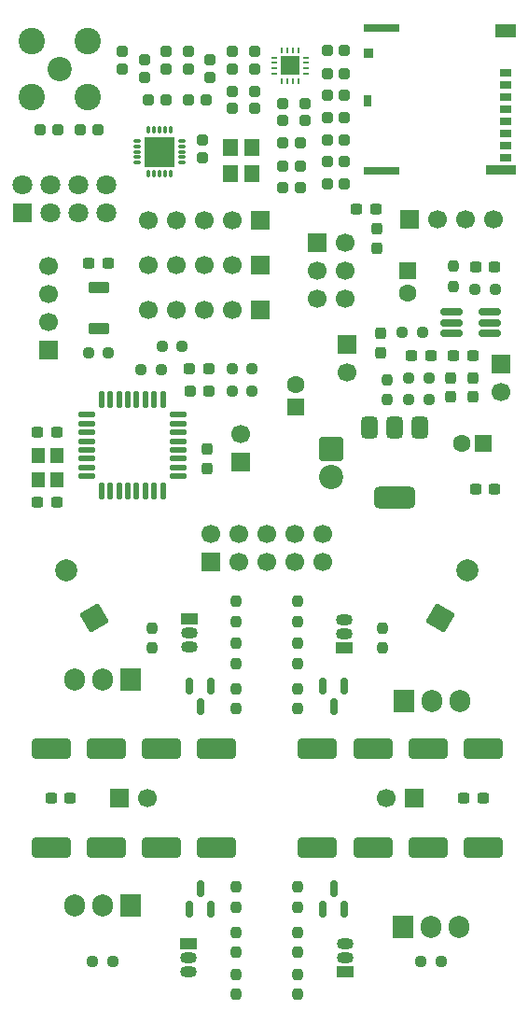
<source format=gts>
%TF.GenerationSoftware,KiCad,Pcbnew,9.0.6*%
%TF.CreationDate,2026-02-04T04:14:29+01:00*%
%TF.ProjectId,car,6361722e-6b69-4636-9164-5f7063625858,rev?*%
%TF.SameCoordinates,Original*%
%TF.FileFunction,Soldermask,Top*%
%TF.FilePolarity,Negative*%
%FSLAX46Y46*%
G04 Gerber Fmt 4.6, Leading zero omitted, Abs format (unit mm)*
G04 Created by KiCad (PCBNEW 9.0.6) date 2026-02-04 04:14:29*
%MOMM*%
%LPD*%
G01*
G04 APERTURE LIST*
G04 Aperture macros list*
%AMRoundRect*
0 Rectangle with rounded corners*
0 $1 Rounding radius*
0 $2 $3 $4 $5 $6 $7 $8 $9 X,Y pos of 4 corners*
0 Add a 4 corners polygon primitive as box body*
4,1,4,$2,$3,$4,$5,$6,$7,$8,$9,$2,$3,0*
0 Add four circle primitives for the rounded corners*
1,1,$1+$1,$2,$3*
1,1,$1+$1,$4,$5*
1,1,$1+$1,$6,$7*
1,1,$1+$1,$8,$9*
0 Add four rect primitives between the rounded corners*
20,1,$1+$1,$2,$3,$4,$5,0*
20,1,$1+$1,$4,$5,$6,$7,0*
20,1,$1+$1,$6,$7,$8,$9,0*
20,1,$1+$1,$8,$9,$2,$3,0*%
G04 Aperture macros list end*
%ADD10R,1.700000X1.700000*%
%ADD11C,1.700000*%
%ADD12RoundRect,0.250000X-0.550000X0.550000X-0.550000X-0.550000X0.550000X-0.550000X0.550000X0.550000X0*%
%ADD13C,1.600000*%
%ADD14RoundRect,0.237500X0.250000X0.237500X-0.250000X0.237500X-0.250000X-0.237500X0.250000X-0.237500X0*%
%ADD15RoundRect,0.250000X-1.500000X-0.650000X1.500000X-0.650000X1.500000X0.650000X-1.500000X0.650000X0*%
%ADD16RoundRect,0.162500X0.837500X0.162500X-0.837500X0.162500X-0.837500X-0.162500X0.837500X-0.162500X0*%
%ADD17RoundRect,0.237500X0.237500X-0.250000X0.237500X0.250000X-0.237500X0.250000X-0.237500X-0.250000X0*%
%ADD18RoundRect,0.237500X0.300000X0.237500X-0.300000X0.237500X-0.300000X-0.237500X0.300000X-0.237500X0*%
%ADD19RoundRect,0.375000X-0.375000X0.625000X-0.375000X-0.625000X0.375000X-0.625000X0.375000X0.625000X0*%
%ADD20RoundRect,0.500000X-1.400000X0.500000X-1.400000X-0.500000X1.400000X-0.500000X1.400000X0.500000X0*%
%ADD21R,1.500000X1.050000*%
%ADD22O,1.500000X1.050000*%
%ADD23RoundRect,0.237500X-0.237500X0.250000X-0.237500X-0.250000X0.237500X-0.250000X0.237500X0.250000X0*%
%ADD24RoundRect,0.142500X0.332500X0.357500X-0.332500X0.357500X-0.332500X-0.357500X0.332500X-0.357500X0*%
%ADD25RoundRect,0.165000X-0.735000X0.385000X-0.735000X-0.385000X0.735000X-0.385000X0.735000X0.385000X0*%
%ADD26RoundRect,0.142500X-0.357500X0.332500X-0.357500X-0.332500X0.357500X-0.332500X0.357500X0.332500X0*%
%ADD27R,1.092200X0.711200*%
%ADD28R,0.939800X0.889000*%
%ADD29R,0.787400X1.041400*%
%ADD30R,1.828800X1.143000*%
%ADD31R,3.327400X0.711200*%
%ADD32R,2.794000X0.863600*%
%ADD33RoundRect,0.150000X-0.150000X0.587500X-0.150000X-0.587500X0.150000X-0.587500X0.150000X0.587500X0*%
%ADD34RoundRect,0.250000X1.500000X0.650000X-1.500000X0.650000X-1.500000X-0.650000X1.500000X-0.650000X0*%
%ADD35RoundRect,0.249999X-0.850001X0.850001X-0.850001X-0.850001X0.850001X-0.850001X0.850001X0.850001X0*%
%ADD36C,2.200000*%
%ADD37RoundRect,0.237500X-0.237500X0.300000X-0.237500X-0.300000X0.237500X-0.300000X0.237500X0.300000X0*%
%ADD38RoundRect,0.237500X-0.300000X-0.237500X0.300000X-0.237500X0.300000X0.237500X-0.300000X0.237500X0*%
%ADD39RoundRect,0.237500X-0.250000X-0.237500X0.250000X-0.237500X0.250000X0.237500X-0.250000X0.237500X0*%
%ADD40RoundRect,0.142500X0.357500X-0.332500X0.357500X0.332500X-0.357500X0.332500X-0.357500X-0.332500X0*%
%ADD41RoundRect,0.150000X0.150000X-0.587500X0.150000X0.587500X-0.150000X0.587500X-0.150000X-0.587500X0*%
%ADD42C,2.400000*%
%ADD43R,1.905000X2.000000*%
%ADD44O,1.905000X2.000000*%
%ADD45RoundRect,0.142500X-0.332500X-0.357500X0.332500X-0.357500X0.332500X0.357500X-0.332500X0.357500X0*%
%ADD46RoundRect,0.250000X0.550000X-0.550000X0.550000X0.550000X-0.550000X0.550000X-0.550000X-0.550000X0*%
%ADD47RoundRect,0.237500X-0.237500X0.287500X-0.237500X-0.287500X0.237500X-0.287500X0.237500X0.287500X0*%
%ADD48RoundRect,0.180000X-0.420000X0.520000X-0.420000X-0.520000X0.420000X-0.520000X0.420000X0.520000X0*%
%ADD49O,0.300000X0.800000*%
%ADD50O,0.800000X0.300000*%
%ADD51R,2.700000X2.700000*%
%ADD52RoundRect,0.250000X1.024519X-0.274519X0.274519X1.024519X-1.024519X0.274519X-0.274519X-1.024519X0*%
%ADD53C,2.000000*%
%ADD54RoundRect,0.237500X0.237500X-0.300000X0.237500X0.300000X-0.237500X0.300000X-0.237500X-0.300000X0*%
%ADD55RoundRect,0.137500X-0.600000X-0.137500X0.600000X-0.137500X0.600000X0.137500X-0.600000X0.137500X0*%
%ADD56RoundRect,0.137500X-0.137500X-0.600000X0.137500X-0.600000X0.137500X0.600000X-0.137500X0.600000X0*%
%ADD57RoundRect,0.250000X0.550000X0.550000X-0.550000X0.550000X-0.550000X-0.550000X0.550000X-0.550000X0*%
%ADD58R,1.800000X1.800000*%
%ADD59C,1.800000*%
%ADD60RoundRect,0.237500X0.287500X0.237500X-0.287500X0.237500X-0.287500X-0.237500X0.287500X-0.237500X0*%
%ADD61RoundRect,0.250000X0.274519X-1.024519X1.024519X0.274519X-0.274519X1.024519X-1.024519X-0.274519X0*%
%ADD62RoundRect,0.210000X0.490000X-0.590000X0.490000X0.590000X-0.490000X0.590000X-0.490000X-0.590000X0*%
%ADD63O,0.650000X0.250000*%
%ADD64O,0.250000X0.650000*%
G04 APERTURE END LIST*
D10*
%TO.C,J8*%
X162755970Y-75004843D03*
D11*
X165295970Y-75004843D03*
X167835970Y-75004843D03*
X170375970Y-75004843D03*
%TD*%
D12*
%TO.C,C19*%
X162635970Y-79624843D03*
D13*
X162635970Y-81624843D03*
%TD*%
D14*
%TO.C,R20*%
X165648470Y-142234970D03*
X163823470Y-142234970D03*
%TD*%
D15*
%TO.C,D6*%
X130235970Y-131934970D03*
X135235970Y-131934970D03*
%TD*%
D16*
%TO.C,U4*%
X170045970Y-85274843D03*
X170045970Y-84324843D03*
X170045970Y-83374843D03*
X166625970Y-83374843D03*
X166625970Y-84324843D03*
X166625970Y-85274843D03*
%TD*%
D15*
%TO.C,D7*%
X140235970Y-131934970D03*
X145235970Y-131934970D03*
%TD*%
D10*
%TO.C,J10*%
X154395970Y-77104843D03*
D11*
X156935970Y-77104843D03*
X154395970Y-79644843D03*
X156935970Y-79644843D03*
X154395970Y-82184843D03*
X156935970Y-82184843D03*
%TD*%
D17*
%TO.C,R9*%
X139435970Y-113847470D03*
X139435970Y-112022470D03*
%TD*%
D18*
%TO.C,C16*%
X169438470Y-127434970D03*
X167713470Y-127434970D03*
%TD*%
D19*
%TO.C,U5*%
X163735970Y-93874843D03*
X161435970Y-93874843D03*
D20*
X161435970Y-100174843D03*
D19*
X159135970Y-93874843D03*
%TD*%
D14*
%TO.C,R5*%
X142148470Y-86504843D03*
X140323470Y-86504843D03*
%TD*%
D21*
%TO.C,Q12*%
X156935970Y-143174970D03*
D22*
X156935970Y-141904970D03*
X156935970Y-140634970D03*
%TD*%
D23*
%TO.C,R10*%
X147035970Y-117522470D03*
X147035970Y-119347470D03*
%TD*%
D24*
%TO.C,C33*%
X156889920Y-63727843D03*
X155289920Y-63727843D03*
%TD*%
D25*
%TO.C,SW1*%
X134548470Y-81154843D03*
X134548470Y-84854843D03*
%TD*%
D26*
%TO.C,C37*%
X146689920Y-59727843D03*
X146689920Y-61327843D03*
%TD*%
D27*
%TO.C,SD1*%
X171535970Y-61704843D03*
X171535970Y-62804843D03*
X171535970Y-63904843D03*
X171535970Y-65004844D03*
X171535970Y-66104844D03*
X171535970Y-67204844D03*
X171535970Y-68304845D03*
X171535970Y-69404843D03*
D28*
X159070971Y-59914843D03*
D29*
X158995971Y-64179843D03*
D30*
X171520971Y-57824843D03*
D31*
X160270971Y-57604843D03*
X160270971Y-70564843D03*
D32*
X171035971Y-70484843D03*
%TD*%
D33*
%TO.C,Q8*%
X156835970Y-117259970D03*
X154935970Y-117259970D03*
X155885970Y-119134970D03*
%TD*%
D34*
%TO.C,D9*%
X159435970Y-122934970D03*
X154435970Y-122934970D03*
%TD*%
D35*
%TO.C,D12*%
X155635970Y-95772661D03*
D36*
X155635970Y-98312661D03*
%TD*%
D17*
%TO.C,R31*%
X160735970Y-91337343D03*
X160735970Y-89512343D03*
%TD*%
D21*
%TO.C,Q11*%
X156835970Y-113784970D03*
D22*
X156835970Y-112514970D03*
X156835970Y-111244970D03*
%TD*%
D10*
%TO.C,M2*%
X163235970Y-127434970D03*
D11*
X160695970Y-127434970D03*
%TD*%
D37*
%TO.C,C6*%
X159835970Y-75842343D03*
X159835970Y-77567343D03*
%TD*%
D38*
%TO.C,C14*%
X130235970Y-127434970D03*
X131960970Y-127434970D03*
%TD*%
D39*
%TO.C,R2*%
X133635970Y-87104843D03*
X135460970Y-87104843D03*
%TD*%
D40*
%TO.C,L9*%
X144689920Y-62127843D03*
X144689920Y-60527843D03*
%TD*%
D26*
%TO.C,C36*%
X148689920Y-59727843D03*
X148689920Y-61327843D03*
%TD*%
D39*
%TO.C,R29*%
X162723470Y-89324843D03*
X164548470Y-89324843D03*
%TD*%
D23*
%TO.C,R18*%
X152635970Y-117522470D03*
X152635970Y-119347470D03*
%TD*%
D17*
%TO.C,R17*%
X160335970Y-113847470D03*
X160335970Y-112022470D03*
%TD*%
D38*
%TO.C,C21*%
X166773470Y-87324843D03*
X168498470Y-87324843D03*
%TD*%
D39*
%TO.C,R23*%
X168723470Y-81324843D03*
X170548470Y-81324843D03*
%TD*%
D41*
%TO.C,Q4*%
X142835970Y-137572470D03*
X144735970Y-137572470D03*
X143785970Y-135697470D03*
%TD*%
D40*
%TO.C,C34*%
X146689920Y-64927843D03*
X146689920Y-63327843D03*
%TD*%
%TO.C,C35*%
X148689920Y-64927843D03*
X148689920Y-63327843D03*
%TD*%
D36*
%TO.C,J6*%
X130989920Y-61327843D03*
D42*
X133529920Y-63867843D03*
X133529920Y-58787843D03*
X128449920Y-58787843D03*
X128449920Y-63867843D03*
%TD*%
D38*
%TO.C,C42*%
X168773470Y-99424843D03*
X170498470Y-99424843D03*
%TD*%
D17*
%TO.C,R7*%
X147035970Y-111447470D03*
X147035970Y-109622470D03*
%TD*%
D43*
%TO.C,Q7*%
X162255970Y-118634970D03*
D44*
X164795970Y-118634970D03*
X167335970Y-118634970D03*
%TD*%
D43*
%TO.C,Q9*%
X162195970Y-139134970D03*
D44*
X164735970Y-139134970D03*
X167275970Y-139134970D03*
%TD*%
D45*
%TO.C,L6*%
X151289920Y-68027843D03*
X152889920Y-68027843D03*
%TD*%
D46*
%TO.C,C43*%
X152435970Y-91959956D03*
D13*
X152435970Y-89959956D03*
%TD*%
D47*
%TO.C,D1*%
X160135970Y-85329843D03*
X160135970Y-87079843D03*
%TD*%
D23*
%TO.C,R13*%
X147035970Y-139622470D03*
X147035970Y-141447470D03*
%TD*%
D24*
%TO.C,C31*%
X156889920Y-67727843D03*
X155289920Y-67727843D03*
%TD*%
D48*
%TO.C,Y1*%
X129054720Y-96354843D03*
X129054720Y-98554843D03*
X130754720Y-98554843D03*
X130754720Y-96354843D03*
%TD*%
D49*
%TO.C,U7*%
X139089920Y-70827843D03*
X139589920Y-70827843D03*
X140089920Y-70827843D03*
X140589920Y-70827843D03*
X141089920Y-70827843D03*
D50*
X142089920Y-69827843D03*
X142089920Y-69327843D03*
X142089920Y-68827843D03*
X142089920Y-68327843D03*
X142089920Y-67827843D03*
D49*
X141089920Y-66827843D03*
X140589920Y-66827843D03*
X140089920Y-66827843D03*
X139589920Y-66827843D03*
X139089920Y-66827843D03*
D50*
X138089920Y-67827843D03*
X138089920Y-68327843D03*
X138089920Y-68827843D03*
X138089920Y-69327843D03*
X138089920Y-69827843D03*
D51*
X140089920Y-68827843D03*
%TD*%
D52*
%TO.C,C13*%
X134135970Y-111134970D03*
D53*
X131635970Y-106804843D03*
%TD*%
D45*
%TO.C,C25*%
X129289920Y-66827843D03*
X130889920Y-66827843D03*
%TD*%
D40*
%TO.C,R32*%
X143989920Y-69377843D03*
X143989920Y-67777843D03*
%TD*%
D54*
%TO.C,C23*%
X166535970Y-91087343D03*
X166535970Y-89362343D03*
%TD*%
D17*
%TO.C,R15*%
X152635970Y-111434970D03*
X152635970Y-109609970D03*
%TD*%
D38*
%TO.C,C24*%
X162973470Y-87324843D03*
X164698470Y-87324843D03*
%TD*%
D18*
%TO.C,C1*%
X135410970Y-78904843D03*
X133685970Y-78904843D03*
%TD*%
D10*
%TO.C,M1*%
X136460970Y-127434970D03*
D11*
X139000970Y-127434970D03*
%TD*%
D40*
%TO.C,L8*%
X151289920Y-66027843D03*
X151289920Y-64427843D03*
%TD*%
D34*
%TO.C,D11*%
X159435970Y-131934970D03*
X154435970Y-131934970D03*
%TD*%
D45*
%TO.C,L7*%
X155289920Y-65727843D03*
X156889920Y-65727843D03*
%TD*%
D18*
%TO.C,C3*%
X130748470Y-100654843D03*
X129023470Y-100654843D03*
%TD*%
D24*
%TO.C,C28*%
X152889920Y-72127843D03*
X151289920Y-72127843D03*
%TD*%
D40*
%TO.C,C32*%
X153289920Y-66027843D03*
X153289920Y-64427843D03*
%TD*%
D10*
%TO.C,J5*%
X147435970Y-97004843D03*
D11*
X147435970Y-94464843D03*
%TD*%
D55*
%TO.C,U1*%
X133443470Y-92674843D03*
X133443470Y-93474843D03*
X133443470Y-94274843D03*
X133443470Y-95074843D03*
X133443470Y-95874843D03*
X133443470Y-96674843D03*
X133443470Y-97474843D03*
X133443470Y-98274843D03*
D56*
X134805970Y-99637343D03*
X135605970Y-99637343D03*
X136405970Y-99637343D03*
X137205970Y-99637343D03*
X138005970Y-99637343D03*
X138805970Y-99637343D03*
X139605970Y-99637343D03*
X140405970Y-99637343D03*
D55*
X141768470Y-98274843D03*
X141768470Y-97474843D03*
X141768470Y-96674843D03*
X141768470Y-95874843D03*
X141768470Y-95074843D03*
X141768470Y-94274843D03*
X141768470Y-93474843D03*
X141768470Y-92674843D03*
D56*
X140405970Y-91312343D03*
X139605970Y-91312343D03*
X138805970Y-91312343D03*
X138005970Y-91312343D03*
X137205970Y-91312343D03*
X136405970Y-91312343D03*
X135605970Y-91312343D03*
X134805970Y-91312343D03*
%TD*%
D26*
%TO.C,C39*%
X140689920Y-59727843D03*
X140689920Y-61327843D03*
%TD*%
D23*
%TO.C,R19*%
X152635970Y-135534970D03*
X152635970Y-137359970D03*
%TD*%
D34*
%TO.C,D8*%
X169435970Y-122934970D03*
X164435970Y-122934970D03*
%TD*%
%TO.C,D10*%
X169435970Y-131934970D03*
X164435970Y-131934970D03*
%TD*%
D45*
%TO.C,R27*%
X155289920Y-71727843D03*
X156889920Y-71727843D03*
%TD*%
D57*
%TO.C,C41*%
X169491082Y-95324843D03*
D13*
X167491082Y-95324843D03*
%TD*%
D33*
%TO.C,Q2*%
X144735970Y-117259970D03*
X142835970Y-117259970D03*
X143785970Y-119134970D03*
%TD*%
D40*
%TO.C,L10*%
X138689920Y-62127843D03*
X138689920Y-60527843D03*
%TD*%
D23*
%TO.C,R22*%
X152635970Y-143422470D03*
X152635970Y-145247470D03*
%TD*%
D14*
%TO.C,R6*%
X140248470Y-88604843D03*
X138423470Y-88604843D03*
%TD*%
D10*
%TO.C,L1*%
X171100000Y-88125000D03*
D11*
X171100000Y-90665000D03*
%TD*%
D10*
%TO.C,J4*%
X149195970Y-83204843D03*
D11*
X146655970Y-83204843D03*
X144115970Y-83204843D03*
X141575970Y-83204843D03*
X139035970Y-83204843D03*
%TD*%
D15*
%TO.C,D4*%
X130235970Y-122934970D03*
X135235970Y-122934970D03*
%TD*%
D10*
%TO.C,J1*%
X130048470Y-86814843D03*
D11*
X130048470Y-84274843D03*
X130048470Y-81734843D03*
X130048470Y-79194843D03*
%TD*%
D54*
%TO.C,C4*%
X144435970Y-97529843D03*
X144435970Y-95804843D03*
%TD*%
D10*
%TO.C,J9*%
X144775970Y-106034970D03*
D11*
X144775970Y-103494970D03*
X147315970Y-106034970D03*
X147315970Y-103494970D03*
X149855970Y-106034970D03*
X149855970Y-103494970D03*
X152395970Y-106034970D03*
X152395970Y-103494970D03*
X154935970Y-106034970D03*
X154935970Y-103494970D03*
%TD*%
D24*
%TO.C,R24*%
X144289920Y-64127843D03*
X142689920Y-64127843D03*
%TD*%
D58*
%TO.C,J7*%
X127649920Y-74367843D03*
D59*
X130189920Y-74367843D03*
X132729920Y-74367843D03*
X135269920Y-74367843D03*
X135269920Y-71827843D03*
X132729920Y-71827843D03*
X130189920Y-71827843D03*
X127649920Y-71827843D03*
%TD*%
D43*
%TO.C,Q3*%
X137475970Y-137234970D03*
D44*
X134935970Y-137234970D03*
X132395970Y-137234970D03*
%TD*%
D37*
%TO.C,C22*%
X168535970Y-89362343D03*
X168535970Y-91087343D03*
%TD*%
D26*
%TO.C,C40*%
X136689920Y-59727843D03*
X136689920Y-61327843D03*
%TD*%
D38*
%TO.C,C2*%
X129023470Y-94264843D03*
X130748470Y-94264843D03*
%TD*%
D10*
%TO.C,BT1*%
X157135970Y-86329843D03*
D11*
X157135970Y-88869843D03*
%TD*%
D38*
%TO.C,C20*%
X168773470Y-79324843D03*
X170498470Y-79324843D03*
%TD*%
D24*
%TO.C,C26*%
X134489920Y-66827843D03*
X132889920Y-66827843D03*
%TD*%
D39*
%TO.C,R12*%
X134023470Y-142234970D03*
X135848470Y-142234970D03*
%TD*%
D60*
%TO.C,D3*%
X144579720Y-88534843D03*
X142829720Y-88534843D03*
%TD*%
D61*
%TO.C,C15*%
X165535970Y-111134970D03*
D53*
X168035970Y-106804843D03*
%TD*%
D43*
%TO.C,Q1*%
X137475970Y-116734970D03*
D44*
X134935970Y-116734970D03*
X132395970Y-116734970D03*
%TD*%
D62*
%TO.C,Y3*%
X148489920Y-70827843D03*
X148489920Y-68427843D03*
X146489920Y-68427843D03*
X146489920Y-70827843D03*
%TD*%
D21*
%TO.C,Q6*%
X142735970Y-140634970D03*
D22*
X142735970Y-141904970D03*
X142735970Y-143174970D03*
%TD*%
D15*
%TO.C,D5*%
X140235970Y-122934970D03*
X145235970Y-122934970D03*
%TD*%
D24*
%TO.C,R28*%
X156889920Y-59677843D03*
X155289920Y-59677843D03*
%TD*%
D10*
%TO.C,J3*%
X149195970Y-79104843D03*
D11*
X146655970Y-79104843D03*
X144115970Y-79104843D03*
X141575970Y-79104843D03*
X139035970Y-79104843D03*
%TD*%
D60*
%TO.C,D2*%
X144592220Y-90504843D03*
X142842220Y-90504843D03*
%TD*%
D10*
%TO.C,J2*%
X149195970Y-75024843D03*
D11*
X146655970Y-75024843D03*
X144115970Y-75024843D03*
X141575970Y-75024843D03*
X139035970Y-75024843D03*
%TD*%
D23*
%TO.C,R11*%
X147035970Y-135534970D03*
X147035970Y-137359970D03*
%TD*%
D45*
%TO.C,C27*%
X139089920Y-64127843D03*
X140689920Y-64127843D03*
%TD*%
D17*
%TO.C,R8*%
X147035970Y-115247470D03*
X147035970Y-113422470D03*
%TD*%
D23*
%TO.C,R25*%
X166735970Y-79212343D03*
X166735970Y-81037343D03*
%TD*%
D39*
%TO.C,R3*%
X146679720Y-90504843D03*
X148504720Y-90504843D03*
%TD*%
D24*
%TO.C,R26*%
X156889920Y-61727843D03*
X155289920Y-61727843D03*
%TD*%
%TO.C,C30*%
X156889920Y-69727843D03*
X155289920Y-69727843D03*
%TD*%
D39*
%TO.C,R4*%
X146667220Y-88534843D03*
X148492220Y-88534843D03*
%TD*%
D63*
%TO.C,U8*%
X153364920Y-61777843D03*
X153364920Y-61277843D03*
X153364920Y-60777843D03*
X153364920Y-60277843D03*
D64*
X152689920Y-59602843D03*
X152189920Y-59602843D03*
X151689920Y-59602843D03*
X151189920Y-59602843D03*
D63*
X150514920Y-60277843D03*
X150514920Y-60777843D03*
X150514920Y-61277843D03*
X150514920Y-61777843D03*
D64*
X151189920Y-62452843D03*
X151689920Y-62452843D03*
X152189920Y-62452843D03*
X152689920Y-62452843D03*
D10*
X151939920Y-61027843D03*
%TD*%
D23*
%TO.C,R14*%
X147035970Y-143422470D03*
X147035970Y-145247470D03*
%TD*%
D14*
%TO.C,R30*%
X164548470Y-91324843D03*
X162723470Y-91324843D03*
%TD*%
D41*
%TO.C,Q10*%
X154935970Y-137572470D03*
X156835970Y-137572470D03*
X155885970Y-135697470D03*
%TD*%
D24*
%TO.C,C29*%
X152889920Y-70127843D03*
X151289920Y-70127843D03*
%TD*%
D38*
%TO.C,C5*%
X157973470Y-74004843D03*
X159698470Y-74004843D03*
%TD*%
D17*
%TO.C,R16*%
X152635970Y-115247470D03*
X152635970Y-113422470D03*
%TD*%
D21*
%TO.C,Q5*%
X142835970Y-111234970D03*
D22*
X142835970Y-112504970D03*
X142835970Y-113774970D03*
%TD*%
D39*
%TO.C,R1*%
X162123470Y-85224843D03*
X163948470Y-85224843D03*
%TD*%
D23*
%TO.C,R21*%
X152635970Y-139622470D03*
X152635970Y-141447470D03*
%TD*%
D26*
%TO.C,C38*%
X142689920Y-59727843D03*
X142689920Y-61327843D03*
%TD*%
M02*

</source>
